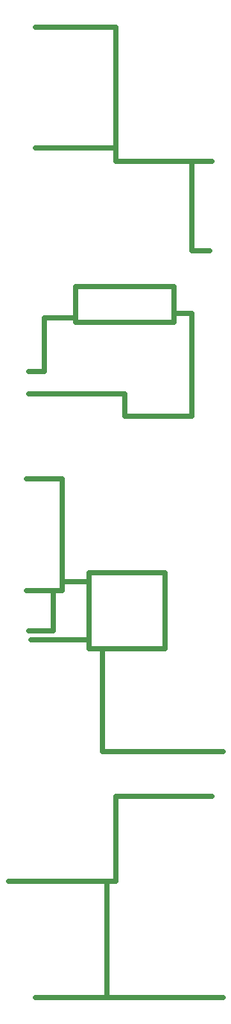
<source format=gbr>
%TF.GenerationSoftware,KiCad,Pcbnew,7.0.6*%
%TF.CreationDate,2024-10-30T00:01:58+09:00*%
%TF.ProjectId,frontpanel,66726f6e-7470-4616-9e65-6c2e6b696361,rev?*%
%TF.SameCoordinates,Original*%
%TF.FileFunction,Soldermask,Bot*%
%TF.FilePolarity,Negative*%
%FSLAX46Y46*%
G04 Gerber Fmt 4.6, Leading zero omitted, Abs format (unit mm)*
G04 Created by KiCad (PCBNEW 7.0.6) date 2024-10-30 00:01:58*
%MOMM*%
%LPD*%
G01*
G04 APERTURE LIST*
%ADD10C,0.600000*%
G04 APERTURE END LIST*
D10*
X64008000Y-149860000D02*
X64008000Y-136652000D01*
X65786000Y-81280000D02*
X55118000Y-81280000D01*
X66040000Y-81280000D02*
X66040000Y-83820000D01*
X77216000Y-149860000D02*
X55880000Y-149860000D01*
X52832000Y-136652000D02*
X65024000Y-136652000D01*
X65024000Y-136652000D02*
X65024000Y-127000000D01*
X65278000Y-127000000D02*
X75946000Y-127000000D01*
X63500000Y-121920000D02*
X77216000Y-121920000D01*
X63500000Y-121920000D02*
X63500000Y-110236000D01*
X55372000Y-109220000D02*
X61976000Y-109220000D01*
X57658000Y-108204000D02*
X55118000Y-108204000D01*
X57912000Y-108204000D02*
X57912000Y-103632000D01*
X58928000Y-102616000D02*
X61976000Y-102616000D01*
X70612000Y-101600000D02*
X61976000Y-101600000D01*
X70612000Y-101600000D02*
X70612000Y-110236000D01*
X61976000Y-110236000D02*
X70612000Y-110236000D01*
X61976000Y-110236000D02*
X61976000Y-101600000D01*
X58928000Y-103632000D02*
X54864000Y-103632000D01*
X58928000Y-103632000D02*
X58928000Y-90932000D01*
X54864000Y-90932000D02*
X58928000Y-90932000D01*
X73660000Y-83820000D02*
X66040000Y-83820000D01*
X73660000Y-83820000D02*
X73660000Y-72136000D01*
X71628000Y-72136000D02*
X73660000Y-72136000D01*
X56642000Y-78740000D02*
X55118000Y-78740000D01*
X56896000Y-78740000D02*
X56896000Y-72644000D01*
X60198000Y-72644000D02*
X56896000Y-72644000D01*
X71628000Y-69088000D02*
X60452000Y-69088000D01*
X71628000Y-69088000D02*
X71628000Y-73152000D01*
X60452000Y-73152000D02*
X71628000Y-73152000D01*
X60452000Y-73152000D02*
X60452000Y-69088000D01*
X73660000Y-65024000D02*
X75692000Y-65024000D01*
X73660000Y-65024000D02*
X73660000Y-54864000D01*
X65024000Y-53340000D02*
X55880000Y-53340000D01*
X65024000Y-54864000D02*
X75946000Y-54864000D01*
X65024000Y-54864000D02*
X65024000Y-48768000D01*
X65024000Y-48768000D02*
X65024000Y-39624000D01*
X55880000Y-39624000D02*
X65024000Y-39624000D01*
M02*

</source>
